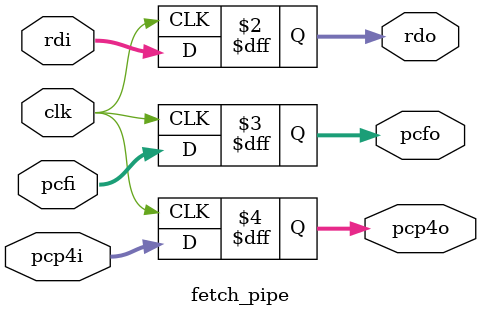
<source format=v>
module fetch_pipe(clk,rdi,pcfi,pcp4i,rdo,pcfo,pcp4o);
input clk;
input [31:0] rdi,pcfi,pcp4i;
output [31:0] rdo,pcfo,pcp4o;
reg [31:0] rdo,pcfo,pcp4o;
 
always@(posedge clk)
begin
rdo = rdi;
pcfo = pcfi;
pcp4o = pcp4i;
end

endmodule

</source>
